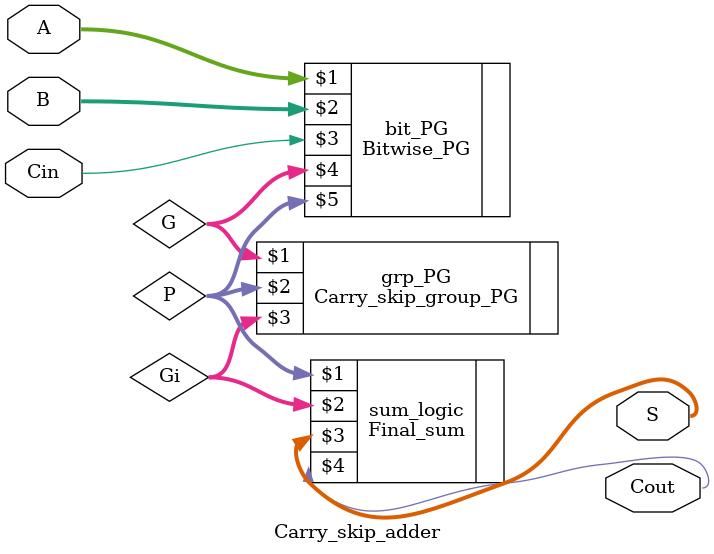
<source format=v>
`timescale 1ns / 1ps
module Carry_skip_adder #(parameter WIDTH = 16, VALENCY = 2, GROUP = 4) (
    input [WIDTH:1] A,
    input [WIDTH:1] B,
    input Cin,
    output [WIDTH:1] S,
    output Cout
    );
    wire [WIDTH:0] G, P, Gi;
    
    Bitwise_PG #(WIDTH) bit_PG(A, B, Cin, G, P);
    
    Carry_skip_group_PG #(WIDTH, VALENCY, GROUP) grp_PG(G, P, Gi);
    
    Final_sum #(WIDTH) sum_logic(P, Gi, S, Cout);
endmodule

</source>
